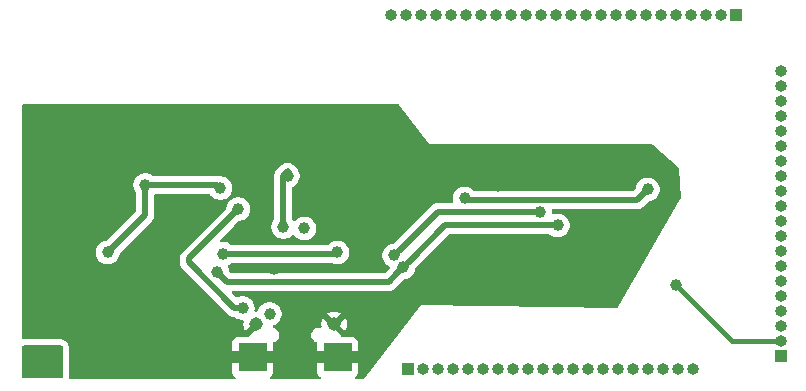
<source format=gbr>
G04 #@! TF.GenerationSoftware,KiCad,Pcbnew,9.0.1*
G04 #@! TF.CreationDate,2025-08-14T12:18:44-07:00*
G04 #@! TF.ProjectId,EL_PSU,454c5f50-5355-42e6-9b69-6361645f7063,rev?*
G04 #@! TF.SameCoordinates,Original*
G04 #@! TF.FileFunction,Copper,L2,Bot*
G04 #@! TF.FilePolarity,Positive*
%FSLAX46Y46*%
G04 Gerber Fmt 4.6, Leading zero omitted, Abs format (unit mm)*
G04 Created by KiCad (PCBNEW 9.0.1) date 2025-08-14 12:18:44*
%MOMM*%
%LPD*%
G01*
G04 APERTURE LIST*
G04 #@! TA.AperFunction,ComponentPad*
%ADD10C,1.143000*%
G04 #@! TD*
G04 #@! TA.AperFunction,ComponentPad*
%ADD11R,2.413000X2.413000*%
G04 #@! TD*
G04 #@! TA.AperFunction,ComponentPad*
%ADD12R,1.000000X1.000000*%
G04 #@! TD*
G04 #@! TA.AperFunction,ComponentPad*
%ADD13O,1.000000X1.000000*%
G04 #@! TD*
G04 #@! TA.AperFunction,ViaPad*
%ADD14C,1.000000*%
G04 #@! TD*
G04 #@! TA.AperFunction,Conductor*
%ADD15C,1.000000*%
G04 #@! TD*
G04 #@! TA.AperFunction,Conductor*
%ADD16C,0.500000*%
G04 #@! TD*
G04 #@! TA.AperFunction,Conductor*
%ADD17C,0.400000*%
G04 #@! TD*
G04 APERTURE END LIST*
D10*
X140845000Y-101335000D03*
X147445000Y-101335000D03*
D11*
X140545000Y-104135000D03*
X147745000Y-104135000D03*
D12*
X185293000Y-104013000D03*
D13*
X185293000Y-102743000D03*
X185293000Y-101473000D03*
X185293000Y-100203000D03*
X185293000Y-98933000D03*
X185293000Y-97663000D03*
X185293000Y-96393000D03*
X185293000Y-95123000D03*
X185293000Y-93853000D03*
X185293000Y-92583000D03*
X185293000Y-91313000D03*
X185293000Y-90043000D03*
X185293000Y-88773000D03*
X185293000Y-87503000D03*
X185293000Y-86233000D03*
X185293000Y-84963000D03*
X185293000Y-83693000D03*
X185293000Y-82423000D03*
X185293000Y-81153000D03*
X185293000Y-79883000D03*
D12*
X153670000Y-105156000D03*
D13*
X154940000Y-105156000D03*
X156210000Y-105156000D03*
X157480000Y-105156000D03*
X158750000Y-105156000D03*
X160020000Y-105156000D03*
X161290000Y-105156000D03*
X162560000Y-105156000D03*
X163830000Y-105156000D03*
X165100000Y-105156000D03*
X166370000Y-105156000D03*
X167640000Y-105156000D03*
X168910000Y-105156000D03*
X170180000Y-105156000D03*
X171450000Y-105156000D03*
X172720000Y-105156000D03*
X173990000Y-105156000D03*
X175260000Y-105156000D03*
X176530000Y-105156000D03*
X177800000Y-105156000D03*
D12*
X181500000Y-75184000D03*
D13*
X180230000Y-75184000D03*
X178960000Y-75184000D03*
X177690000Y-75184000D03*
X176420000Y-75184000D03*
X175150000Y-75184000D03*
X173880000Y-75184000D03*
X172610000Y-75184000D03*
X171340000Y-75184000D03*
X170070000Y-75184000D03*
X168800000Y-75184000D03*
X167530000Y-75184000D03*
X166260000Y-75184000D03*
X164990000Y-75184000D03*
X163720000Y-75184000D03*
X162450000Y-75184000D03*
X161180000Y-75184000D03*
X159910000Y-75184000D03*
X158640000Y-75184000D03*
X157370000Y-75184000D03*
X156100000Y-75184000D03*
X154830000Y-75184000D03*
X153560000Y-75184000D03*
X152290000Y-75184000D03*
D14*
X161290000Y-89662000D03*
X124841000Y-94107000D03*
X151130004Y-96520000D03*
X124587000Y-101092000D03*
X146431000Y-89535000D03*
X123825000Y-95758000D03*
X127762000Y-92740000D03*
X133980887Y-97404887D03*
X160655000Y-94615000D03*
X140081000Y-87121996D03*
X130809994Y-88011000D03*
X136398000Y-91567000D03*
X152908000Y-92837000D03*
X142381000Y-96676991D03*
X138049000Y-95372989D03*
X147701000Y-95250000D03*
X141986000Y-100456994D03*
X153289000Y-96520000D03*
X137541006Y-96901000D03*
X166370000Y-92964000D03*
X152527000Y-95504000D03*
X164846000Y-91821000D03*
X144907000Y-93218000D03*
X143510000Y-88773000D03*
X143129000Y-93091000D03*
X139700000Y-99948999D03*
X139319000Y-91567000D03*
X173990000Y-89916000D03*
X158496000Y-90678000D03*
X128270000Y-95250000D03*
X137795000Y-89789000D03*
X123571000Y-104267000D03*
X131444998Y-89535000D03*
X176403000Y-98044000D03*
D15*
X142751500Y-104135000D02*
X142756500Y-104140000D01*
X147745000Y-104135000D02*
X145538500Y-104135000D01*
X149951500Y-104135000D02*
X150200500Y-103886000D01*
X138338500Y-104135000D02*
X138333500Y-104140000D01*
X140545000Y-104135000D02*
X142751500Y-104135000D01*
X147745000Y-104135000D02*
X149951500Y-104135000D01*
X140545000Y-104135000D02*
X138338500Y-104135000D01*
X145538500Y-104135000D02*
X145416500Y-104013000D01*
D16*
X138049000Y-95372989D02*
X147578011Y-95372989D01*
X147578011Y-95372989D02*
X147701000Y-95250000D01*
X137541006Y-96901000D02*
X138364007Y-97724001D01*
X138364007Y-97724001D02*
X152084999Y-97724001D01*
X152789001Y-97019999D02*
X153289000Y-96520000D01*
X152084999Y-97724001D02*
X152789001Y-97019999D01*
X166370000Y-92964000D02*
X156845000Y-92964000D01*
X153788999Y-96020001D02*
X153289000Y-96520000D01*
X156845000Y-92964000D02*
X153788999Y-96020001D01*
X156210000Y-91821000D02*
X153026999Y-95004001D01*
X153026999Y-95004001D02*
X152527000Y-95504000D01*
X164846000Y-91821000D02*
X156210000Y-91821000D01*
X143129000Y-88773000D02*
X143510000Y-88392000D01*
X143129000Y-93091000D02*
X143129000Y-88773000D01*
X135128000Y-96084105D02*
X135128000Y-95758000D01*
X135128000Y-95758000D02*
X138819001Y-92066999D01*
X138819001Y-92066999D02*
X139319000Y-91567000D01*
X139700000Y-99948999D02*
X138992894Y-99948999D01*
X139319000Y-91440000D02*
X139319000Y-91567000D01*
X138992894Y-99948999D02*
X135128000Y-96084105D01*
X173101000Y-90805000D02*
X173990000Y-89916000D01*
X158623000Y-90805000D02*
X173101000Y-90805000D01*
X158496000Y-90678000D02*
X158623000Y-90805000D01*
X131444998Y-90242106D02*
X131444998Y-89535000D01*
X131444998Y-92075002D02*
X131444998Y-90242106D01*
X131444998Y-89535000D02*
X137541000Y-89535000D01*
D17*
X123444000Y-104902000D02*
X123444000Y-104394000D01*
X123444000Y-104394000D02*
X123571000Y-104267000D01*
D16*
X128270000Y-95250000D02*
X131444998Y-92075002D01*
D17*
X122682000Y-104902000D02*
X123444000Y-104902000D01*
D16*
X137541000Y-89535000D02*
X137795000Y-89789000D01*
D17*
X185293000Y-102743000D02*
X181102000Y-102743000D01*
X181102000Y-102743000D02*
X176902999Y-98543999D01*
X176902999Y-98543999D02*
X176403000Y-98044000D01*
G04 #@! TA.AperFunction,Conductor*
G36*
X152912652Y-82697002D02*
G01*
X152945777Y-82727999D01*
X155448000Y-86106000D01*
X174323094Y-86106000D01*
X174391215Y-86126002D01*
X174406804Y-86137826D01*
X176617505Y-88102894D01*
X176655130Y-88163101D01*
X176659638Y-88190776D01*
X176782149Y-90640991D01*
X176765573Y-90710025D01*
X176765520Y-90710118D01*
X171486984Y-99884717D01*
X171435675Y-99933788D01*
X171375847Y-99947867D01*
X154812999Y-99694999D01*
X149955889Y-105939857D01*
X149898279Y-105981348D01*
X149856431Y-105988500D01*
X149313466Y-105988500D01*
X149245345Y-105968498D01*
X149198852Y-105914842D01*
X149188748Y-105844568D01*
X149218242Y-105779988D01*
X149237957Y-105761632D01*
X149314404Y-105704404D01*
X149401944Y-105587465D01*
X149401944Y-105587464D01*
X149452994Y-105450593D01*
X149459499Y-105390097D01*
X149459500Y-105390085D01*
X149459500Y-104389000D01*
X148821500Y-104389000D01*
X148753379Y-104368998D01*
X148706886Y-104315342D01*
X148695500Y-104263000D01*
X148695500Y-104007000D01*
X148715502Y-103938879D01*
X148769158Y-103892386D01*
X148821500Y-103881000D01*
X149459500Y-103881000D01*
X149459500Y-102879914D01*
X149459499Y-102879902D01*
X149452994Y-102819406D01*
X149401944Y-102682535D01*
X149401944Y-102682534D01*
X149314404Y-102565595D01*
X149197465Y-102478055D01*
X149060593Y-102427005D01*
X149000097Y-102420500D01*
X148131566Y-102420500D01*
X148063445Y-102400498D01*
X148016952Y-102346842D01*
X148006848Y-102276568D01*
X148007117Y-102274790D01*
X148009641Y-102258851D01*
X147485789Y-101735000D01*
X147497661Y-101735000D01*
X147599394Y-101707741D01*
X147690606Y-101655080D01*
X147765080Y-101580606D01*
X147817741Y-101489394D01*
X147845000Y-101387661D01*
X147845000Y-101375791D01*
X148368850Y-101899641D01*
X148368850Y-101899640D01*
X148445413Y-101749380D01*
X148497917Y-101587789D01*
X148524500Y-101419954D01*
X148524500Y-101250045D01*
X148497917Y-101082210D01*
X148445413Y-100920619D01*
X148368850Y-100770358D01*
X147845000Y-101294208D01*
X147845000Y-101282339D01*
X147817741Y-101180606D01*
X147765080Y-101089394D01*
X147690606Y-101014920D01*
X147599394Y-100962259D01*
X147497661Y-100935000D01*
X147485790Y-100935000D01*
X148009640Y-100411148D01*
X148009641Y-100411148D01*
X147859385Y-100334589D01*
X147859379Y-100334586D01*
X147697789Y-100282082D01*
X147529955Y-100255500D01*
X147360045Y-100255500D01*
X147192210Y-100282082D01*
X147030620Y-100334586D01*
X147030608Y-100334591D01*
X146880357Y-100411147D01*
X146880357Y-100411148D01*
X147404209Y-100935000D01*
X147392339Y-100935000D01*
X147290606Y-100962259D01*
X147199394Y-101014920D01*
X147124920Y-101089394D01*
X147072259Y-101180606D01*
X147045000Y-101282339D01*
X147045000Y-101294210D01*
X146521147Y-100770357D01*
X146444591Y-100920608D01*
X146444586Y-100920620D01*
X146392082Y-101082210D01*
X146365500Y-101250045D01*
X146365500Y-101419955D01*
X146379119Y-101505945D01*
X146370019Y-101576356D01*
X146324297Y-101630670D01*
X146256469Y-101651642D01*
X146222060Y-101647362D01*
X146174057Y-101634500D01*
X146015943Y-101634500D01*
X145922470Y-101659545D01*
X145863211Y-101675424D01*
X145726287Y-101754477D01*
X145726277Y-101754485D01*
X145614485Y-101866277D01*
X145614477Y-101866287D01*
X145535424Y-102003211D01*
X145535423Y-102003216D01*
X145494500Y-102155943D01*
X145494500Y-102314057D01*
X145517662Y-102400498D01*
X145535424Y-102466788D01*
X145614477Y-102603712D01*
X145614485Y-102603722D01*
X145726277Y-102715514D01*
X145726282Y-102715518D01*
X145726284Y-102715520D01*
X145726285Y-102715521D01*
X145726287Y-102715522D01*
X145863212Y-102794575D01*
X145863216Y-102794577D01*
X145937112Y-102814377D01*
X145997733Y-102851327D01*
X146028755Y-102915188D01*
X146030500Y-102936083D01*
X146030500Y-103881000D01*
X146668500Y-103881000D01*
X146736621Y-103901002D01*
X146783114Y-103954658D01*
X146794500Y-104007000D01*
X146794500Y-104263000D01*
X146774498Y-104331121D01*
X146720842Y-104377614D01*
X146668500Y-104389000D01*
X146030500Y-104389000D01*
X146030500Y-105390097D01*
X146037005Y-105450593D01*
X146088055Y-105587464D01*
X146088055Y-105587465D01*
X146175595Y-105704404D01*
X146252043Y-105761632D01*
X146294590Y-105818468D01*
X146299654Y-105889283D01*
X146265629Y-105951596D01*
X146203317Y-105985621D01*
X146176534Y-105988500D01*
X142113466Y-105988500D01*
X142045345Y-105968498D01*
X141998852Y-105914842D01*
X141988748Y-105844568D01*
X142018242Y-105779988D01*
X142037957Y-105761632D01*
X142114404Y-105704404D01*
X142201944Y-105587465D01*
X142201944Y-105587464D01*
X142252994Y-105450593D01*
X142259499Y-105390097D01*
X142259500Y-105390085D01*
X142259500Y-104389000D01*
X141621500Y-104389000D01*
X141553379Y-104368998D01*
X141506886Y-104315342D01*
X141495500Y-104263000D01*
X141495500Y-104007000D01*
X141515502Y-103938879D01*
X141569158Y-103892386D01*
X141621500Y-103881000D01*
X142259500Y-103881000D01*
X142259500Y-102936083D01*
X142279502Y-102867962D01*
X142333158Y-102821469D01*
X142352881Y-102814379D01*
X142426784Y-102794577D01*
X142563716Y-102715520D01*
X142675520Y-102603716D01*
X142754577Y-102466784D01*
X142795500Y-102314057D01*
X142795500Y-102155943D01*
X142754577Y-102003216D01*
X142754575Y-102003213D01*
X142754575Y-102003211D01*
X142675522Y-101866287D01*
X142675514Y-101866277D01*
X142563722Y-101754485D01*
X142563712Y-101754477D01*
X142426785Y-101675423D01*
X142331739Y-101649955D01*
X142271117Y-101613004D01*
X142240095Y-101549143D01*
X142248524Y-101478648D01*
X142293728Y-101423902D01*
X142316123Y-101411845D01*
X142463704Y-101350715D01*
X142628881Y-101240347D01*
X142769353Y-101099875D01*
X142879721Y-100934698D01*
X142955744Y-100751163D01*
X142994500Y-100556323D01*
X142994500Y-100357665D01*
X142955744Y-100162825D01*
X142879721Y-99979290D01*
X142769353Y-99814113D01*
X142628881Y-99673641D01*
X142463704Y-99563273D01*
X142280169Y-99487250D01*
X142199958Y-99471295D01*
X142085331Y-99448494D01*
X142085329Y-99448494D01*
X141886671Y-99448494D01*
X141886668Y-99448494D01*
X141691830Y-99487250D01*
X141691825Y-99487252D01*
X141508296Y-99563273D01*
X141343123Y-99673638D01*
X141343116Y-99673643D01*
X141202649Y-99814110D01*
X141202644Y-99814117D01*
X141092279Y-99979290D01*
X141016254Y-100162828D01*
X141015269Y-100166077D01*
X141014290Y-100167570D01*
X141013887Y-100168544D01*
X141013702Y-100168467D01*
X141000848Y-100188081D01*
X140989919Y-100212012D01*
X140981705Y-100217290D01*
X140976353Y-100225458D01*
X140952322Y-100236174D01*
X140930193Y-100250396D01*
X140915784Y-100252467D01*
X140911512Y-100254373D01*
X140894695Y-100255500D01*
X140820823Y-100255500D01*
X140752702Y-100235498D01*
X140706209Y-100181842D01*
X140696105Y-100111568D01*
X140697244Y-100104919D01*
X140708499Y-100048333D01*
X140708500Y-100048326D01*
X140708500Y-99849671D01*
X140708499Y-99849667D01*
X140701427Y-99814113D01*
X140669744Y-99654830D01*
X140593721Y-99471295D01*
X140483353Y-99306118D01*
X140342881Y-99165646D01*
X140177704Y-99055278D01*
X139994169Y-98979255D01*
X139799331Y-98940499D01*
X139799329Y-98940499D01*
X139600671Y-98940499D01*
X139600668Y-98940499D01*
X139405830Y-98979255D01*
X139405825Y-98979257D01*
X139264409Y-99037834D01*
X139193819Y-99045423D01*
X139130332Y-99013644D01*
X139127096Y-99010520D01*
X138814172Y-98697596D01*
X138780146Y-98635284D01*
X138785211Y-98564469D01*
X138827758Y-98507633D01*
X138894278Y-98482822D01*
X138903267Y-98482501D01*
X152159700Y-98482501D01*
X152159704Y-98482501D01*
X152159705Y-98482501D01*
X152232975Y-98467926D01*
X152306246Y-98453352D01*
X152444283Y-98396175D01*
X152568514Y-98313167D01*
X153272513Y-97609166D01*
X153272516Y-97609165D01*
X153317465Y-97564215D01*
X153354052Y-97544237D01*
X153379771Y-97530194D01*
X153379772Y-97530193D01*
X153379776Y-97530193D01*
X153382275Y-97529803D01*
X153382257Y-97529708D01*
X153416682Y-97522860D01*
X153583169Y-97489744D01*
X153766704Y-97413721D01*
X153931881Y-97303353D01*
X154072353Y-97162881D01*
X154182721Y-96997704D01*
X154258744Y-96814169D01*
X154297500Y-96619329D01*
X154298708Y-96613257D01*
X154301590Y-96613830D01*
X154323265Y-96559676D01*
X154333212Y-96548468D01*
X154378164Y-96503517D01*
X154378165Y-96503516D01*
X157122276Y-93759405D01*
X157184588Y-93725379D01*
X157211371Y-93722500D01*
X165651752Y-93722500D01*
X165719873Y-93742502D01*
X165721919Y-93743992D01*
X165721972Y-93743914D01*
X165727119Y-93747353D01*
X165892296Y-93857721D01*
X166075831Y-93933744D01*
X166270671Y-93972500D01*
X166270672Y-93972500D01*
X166469328Y-93972500D01*
X166469329Y-93972500D01*
X166664169Y-93933744D01*
X166847704Y-93857721D01*
X167012881Y-93747353D01*
X167153353Y-93606881D01*
X167263721Y-93441704D01*
X167339744Y-93258169D01*
X167378500Y-93063329D01*
X167378500Y-92864671D01*
X167339744Y-92669831D01*
X167263721Y-92486296D01*
X167153353Y-92321119D01*
X167012881Y-92180647D01*
X166847704Y-92070279D01*
X166664169Y-91994256D01*
X166469331Y-91955500D01*
X166469329Y-91955500D01*
X166270671Y-91955500D01*
X166270668Y-91955500D01*
X166075830Y-91994256D01*
X166075820Y-91994259D01*
X166028717Y-92013770D01*
X165996707Y-92017211D01*
X165964929Y-92022395D01*
X165961665Y-92020978D01*
X165958127Y-92021359D01*
X165929330Y-92006944D01*
X165899802Y-91994128D01*
X165897822Y-91991172D01*
X165894640Y-91989579D01*
X165878210Y-91961886D01*
X165860297Y-91935138D01*
X165859584Y-91930492D01*
X165858414Y-91928520D01*
X165854523Y-91899743D01*
X165854500Y-91898526D01*
X165854500Y-91721671D01*
X165850805Y-91703094D01*
X165850593Y-91691882D01*
X165857113Y-91668014D01*
X165859320Y-91643365D01*
X165866303Y-91634376D01*
X165869303Y-91623395D01*
X165887696Y-91606838D01*
X165902876Y-91587298D01*
X165913609Y-91583511D01*
X165922070Y-91575896D01*
X165946491Y-91571912D01*
X165969829Y-91563680D01*
X165976570Y-91563500D01*
X173175701Y-91563500D01*
X173175705Y-91563500D01*
X173175706Y-91563500D01*
X173248976Y-91548925D01*
X173322247Y-91534351D01*
X173460284Y-91477174D01*
X173584515Y-91394166D01*
X174018464Y-90960216D01*
X174080773Y-90926194D01*
X174083276Y-90925803D01*
X174083257Y-90925708D01*
X174117682Y-90918860D01*
X174284169Y-90885744D01*
X174467704Y-90809721D01*
X174632881Y-90699353D01*
X174773353Y-90558881D01*
X174883721Y-90393704D01*
X174959744Y-90210169D01*
X174998500Y-90015329D01*
X174998500Y-89816671D01*
X174959744Y-89621831D01*
X174883721Y-89438296D01*
X174773353Y-89273119D01*
X174632881Y-89132647D01*
X174467704Y-89022279D01*
X174284169Y-88946256D01*
X174089331Y-88907500D01*
X174089329Y-88907500D01*
X173890671Y-88907500D01*
X173890668Y-88907500D01*
X173695830Y-88946256D01*
X173695825Y-88946258D01*
X173512296Y-89022279D01*
X173347123Y-89132644D01*
X173347116Y-89132649D01*
X173206649Y-89273116D01*
X173206644Y-89273123D01*
X173096279Y-89438296D01*
X173020258Y-89621825D01*
X173020256Y-89621830D01*
X172980292Y-89822743D01*
X172977496Y-89822187D01*
X172972624Y-89834226D01*
X172967273Y-89858828D01*
X172957249Y-89872217D01*
X172955434Y-89876704D01*
X172945781Y-89887538D01*
X172823722Y-90009596D01*
X172761413Y-90043620D01*
X172734629Y-90046500D01*
X159342925Y-90046500D01*
X159274804Y-90026498D01*
X159253830Y-90009596D01*
X159253829Y-90009595D01*
X159138881Y-89894647D01*
X158973704Y-89784279D01*
X158790169Y-89708256D01*
X158790023Y-89708227D01*
X158595331Y-89669500D01*
X158595329Y-89669500D01*
X158396671Y-89669500D01*
X158396668Y-89669500D01*
X158201830Y-89708256D01*
X158201825Y-89708258D01*
X158018296Y-89784279D01*
X157853123Y-89894644D01*
X157853116Y-89894649D01*
X157712649Y-90035116D01*
X157712644Y-90035123D01*
X157602279Y-90200296D01*
X157526258Y-90383825D01*
X157526256Y-90383830D01*
X157487500Y-90578668D01*
X157487500Y-90777331D01*
X157488757Y-90783649D01*
X157514271Y-90911920D01*
X157507944Y-90982632D01*
X157464390Y-91038699D01*
X157397438Y-91062319D01*
X157390693Y-91062500D01*
X156135288Y-91062500D01*
X156062024Y-91077073D01*
X156062024Y-91077074D01*
X155988753Y-91091649D01*
X155988751Y-91091649D01*
X155988750Y-91091650D01*
X155988749Y-91091650D01*
X155931576Y-91115331D01*
X155931576Y-91115332D01*
X155850716Y-91148826D01*
X155806876Y-91178119D01*
X155726485Y-91231834D01*
X155726479Y-91231839D01*
X152543483Y-94414836D01*
X152543482Y-94414837D01*
X152498537Y-94459781D01*
X152436225Y-94493806D01*
X152433724Y-94494200D01*
X152433743Y-94494292D01*
X152232830Y-94534256D01*
X152232825Y-94534258D01*
X152049296Y-94610279D01*
X151884123Y-94720644D01*
X151884116Y-94720649D01*
X151743649Y-94861116D01*
X151743644Y-94861123D01*
X151633279Y-95026296D01*
X151557258Y-95209825D01*
X151557256Y-95209830D01*
X151518500Y-95404668D01*
X151518500Y-95404671D01*
X151518500Y-95603329D01*
X151557256Y-95798169D01*
X151633279Y-95981704D01*
X151743647Y-96146881D01*
X151884119Y-96287353D01*
X152049296Y-96397721D01*
X152079647Y-96410292D01*
X152134926Y-96454841D01*
X152157347Y-96522204D01*
X152139789Y-96590995D01*
X152120523Y-96615796D01*
X151807721Y-96928597D01*
X151745411Y-96962621D01*
X151718628Y-96965501D01*
X138730378Y-96965501D01*
X138700462Y-96956717D01*
X138669993Y-96950089D01*
X138664897Y-96946274D01*
X138662257Y-96945499D01*
X138641283Y-96928596D01*
X138585225Y-96872538D01*
X138551199Y-96810226D01*
X138550808Y-96807724D01*
X138550714Y-96807743D01*
X138542514Y-96766523D01*
X138510750Y-96606831D01*
X138441053Y-96438568D01*
X138433464Y-96367978D01*
X138465243Y-96304491D01*
X138490047Y-96283902D01*
X138499212Y-96278097D01*
X138526704Y-96266710D01*
X138691881Y-96156342D01*
X138692603Y-96155619D01*
X138699833Y-96151041D01*
X138726806Y-96143315D01*
X138752630Y-96132340D01*
X138767248Y-96131489D01*
X147168850Y-96131489D01*
X147216698Y-96143471D01*
X147217577Y-96141352D01*
X147223295Y-96143720D01*
X147223296Y-96143721D01*
X147406831Y-96219744D01*
X147601671Y-96258500D01*
X147601672Y-96258500D01*
X147800328Y-96258500D01*
X147800329Y-96258500D01*
X147995169Y-96219744D01*
X148178704Y-96143721D01*
X148343881Y-96033353D01*
X148484353Y-95892881D01*
X148594721Y-95727704D01*
X148670744Y-95544169D01*
X148709500Y-95349329D01*
X148709500Y-95150671D01*
X148670744Y-94955831D01*
X148594721Y-94772296D01*
X148484353Y-94607119D01*
X148343881Y-94466647D01*
X148178704Y-94356279D01*
X147995169Y-94280256D01*
X147800331Y-94241500D01*
X147800329Y-94241500D01*
X147601671Y-94241500D01*
X147601668Y-94241500D01*
X147406830Y-94280256D01*
X147406825Y-94280258D01*
X147223296Y-94356279D01*
X147058123Y-94466644D01*
X147058116Y-94466649D01*
X146947182Y-94577584D01*
X146884870Y-94611610D01*
X146858087Y-94614489D01*
X138767248Y-94614489D01*
X138699127Y-94594487D01*
X138697080Y-94592996D01*
X138697028Y-94593075D01*
X138608999Y-94534256D01*
X138526704Y-94479268D01*
X138343169Y-94403245D01*
X138148331Y-94364489D01*
X138148329Y-94364489D01*
X137949671Y-94364489D01*
X137949663Y-94364489D01*
X137913307Y-94371721D01*
X137842593Y-94365392D01*
X137786526Y-94321837D01*
X137762908Y-94254884D01*
X137779236Y-94185791D01*
X137799627Y-94159053D01*
X138967012Y-92991668D01*
X142120500Y-92991668D01*
X142120500Y-92991671D01*
X142120500Y-93190329D01*
X142159256Y-93385169D01*
X142235279Y-93568704D01*
X142345647Y-93733881D01*
X142486119Y-93874353D01*
X142651296Y-93984721D01*
X142834831Y-94060744D01*
X143029671Y-94099500D01*
X143029672Y-94099500D01*
X143228328Y-94099500D01*
X143228329Y-94099500D01*
X143423169Y-94060744D01*
X143606704Y-93984721D01*
X143771881Y-93874353D01*
X143879585Y-93766648D01*
X143941893Y-93732626D01*
X144012709Y-93737690D01*
X144069545Y-93780237D01*
X144073441Y-93785742D01*
X144123647Y-93860881D01*
X144264119Y-94001353D01*
X144429296Y-94111721D01*
X144612831Y-94187744D01*
X144807671Y-94226500D01*
X144807672Y-94226500D01*
X145006328Y-94226500D01*
X145006329Y-94226500D01*
X145201169Y-94187744D01*
X145384704Y-94111721D01*
X145549881Y-94001353D01*
X145690353Y-93860881D01*
X145800721Y-93695704D01*
X145876744Y-93512169D01*
X145915500Y-93317329D01*
X145915500Y-93118671D01*
X145876744Y-92923831D01*
X145800721Y-92740296D01*
X145690353Y-92575119D01*
X145549881Y-92434647D01*
X145384704Y-92324279D01*
X145201169Y-92248256D01*
X145006331Y-92209500D01*
X145006329Y-92209500D01*
X144807671Y-92209500D01*
X144807668Y-92209500D01*
X144612830Y-92248256D01*
X144612825Y-92248258D01*
X144429296Y-92324279D01*
X144264123Y-92434644D01*
X144264121Y-92434645D01*
X144156417Y-92542348D01*
X144137644Y-92552598D01*
X144121734Y-92566898D01*
X144107108Y-92569272D01*
X144094104Y-92576373D01*
X144072768Y-92574846D01*
X144051655Y-92578274D01*
X144038067Y-92572364D01*
X144023288Y-92571307D01*
X144006164Y-92558488D01*
X143986550Y-92549957D01*
X143969664Y-92531163D01*
X143966453Y-92528760D01*
X143962577Y-92523283D01*
X143962559Y-92523256D01*
X143962557Y-92523254D01*
X143961551Y-92521748D01*
X143960640Y-92520385D01*
X143912353Y-92448119D01*
X143912263Y-92448029D01*
X143908755Y-92442782D01*
X143899874Y-92414448D01*
X143888318Y-92387088D01*
X143887654Y-92375462D01*
X143887521Y-92375036D01*
X143887611Y-92374705D01*
X143887500Y-92372751D01*
X143887500Y-89792417D01*
X143907502Y-89724296D01*
X143961158Y-89677803D01*
X143965283Y-89676008D01*
X143987704Y-89666721D01*
X144152881Y-89556353D01*
X144293353Y-89415881D01*
X144403721Y-89250704D01*
X144479744Y-89067169D01*
X144518500Y-88872329D01*
X144518500Y-88673671D01*
X144479744Y-88478831D01*
X144403721Y-88295296D01*
X144293353Y-88130119D01*
X144163208Y-87999974D01*
X144147538Y-87980881D01*
X144099165Y-87908485D01*
X143993515Y-87802835D01*
X143869284Y-87719827D01*
X143731246Y-87662649D01*
X143682399Y-87652932D01*
X143584707Y-87633500D01*
X143584705Y-87633500D01*
X143435295Y-87633500D01*
X143435292Y-87633500D01*
X143288753Y-87662649D01*
X143150715Y-87719827D01*
X143026485Y-87802834D01*
X143026479Y-87802839D01*
X142539838Y-88289480D01*
X142539834Y-88289485D01*
X142456826Y-88413716D01*
X142429858Y-88478825D01*
X142410111Y-88526498D01*
X142410110Y-88526500D01*
X142399650Y-88551750D01*
X142399649Y-88551754D01*
X142370500Y-88698290D01*
X142370500Y-92372751D01*
X142350498Y-92440872D01*
X142349009Y-92442920D01*
X142349086Y-92442972D01*
X142235279Y-92613296D01*
X142159258Y-92796825D01*
X142159256Y-92796830D01*
X142120500Y-92991668D01*
X138967012Y-92991668D01*
X139347463Y-92611217D01*
X139409773Y-92577193D01*
X139412275Y-92576802D01*
X139412257Y-92576708D01*
X139461574Y-92566898D01*
X139613169Y-92536744D01*
X139796704Y-92460721D01*
X139961881Y-92350353D01*
X140102353Y-92209881D01*
X140212721Y-92044704D01*
X140288744Y-91861169D01*
X140327500Y-91666329D01*
X140327500Y-91467671D01*
X140288744Y-91272831D01*
X140212721Y-91089296D01*
X140102353Y-90924119D01*
X139961881Y-90783647D01*
X139796704Y-90673279D01*
X139613169Y-90597256D01*
X139418331Y-90558500D01*
X139418329Y-90558500D01*
X139219671Y-90558500D01*
X139219668Y-90558500D01*
X139024830Y-90597256D01*
X139024825Y-90597258D01*
X138841296Y-90673279D01*
X138676123Y-90783644D01*
X138676116Y-90783649D01*
X138535649Y-90924116D01*
X138535644Y-90924123D01*
X138425279Y-91089296D01*
X138349258Y-91272825D01*
X138349256Y-91272830D01*
X138309292Y-91473743D01*
X138306496Y-91473187D01*
X138284434Y-91527704D01*
X138274780Y-91538538D01*
X134538838Y-95274480D01*
X134538833Y-95274486D01*
X134488824Y-95349331D01*
X134455826Y-95398716D01*
X134425340Y-95472318D01*
X134409111Y-95511498D01*
X134409110Y-95511500D01*
X134398650Y-95536750D01*
X134398649Y-95536754D01*
X134369500Y-95683290D01*
X134369500Y-96158814D01*
X134381620Y-96219741D01*
X134382831Y-96225831D01*
X134398649Y-96305352D01*
X134455826Y-96443389D01*
X134538834Y-96567620D01*
X138403729Y-100432515D01*
X138509378Y-100538164D01*
X138633610Y-100621173D01*
X138771648Y-100678350D01*
X138918188Y-100707499D01*
X138918189Y-100707499D01*
X138981752Y-100707499D01*
X139049873Y-100727501D01*
X139051919Y-100728991D01*
X139051972Y-100728913D01*
X139057119Y-100732352D01*
X139222296Y-100842720D01*
X139405831Y-100918743D01*
X139600671Y-100957499D01*
X139600672Y-100957499D01*
X139664308Y-100957499D01*
X139732429Y-100977501D01*
X139778922Y-101031157D01*
X139789026Y-101101431D01*
X139788757Y-101103210D01*
X139765500Y-101250045D01*
X139765500Y-101419954D01*
X139792082Y-101587789D01*
X139844586Y-101749379D01*
X139844589Y-101749385D01*
X139921148Y-101899641D01*
X140445000Y-101375789D01*
X140445000Y-101387661D01*
X140472259Y-101489394D01*
X140524920Y-101580606D01*
X140599394Y-101655080D01*
X140690606Y-101707741D01*
X140792339Y-101735000D01*
X140804208Y-101735000D01*
X140280357Y-102258850D01*
X140282882Y-102274790D01*
X140273782Y-102345201D01*
X140228060Y-102399515D01*
X140160231Y-102420487D01*
X140158433Y-102420500D01*
X139289902Y-102420500D01*
X139229406Y-102427005D01*
X139092535Y-102478055D01*
X139092534Y-102478055D01*
X138975595Y-102565595D01*
X138888055Y-102682534D01*
X138888055Y-102682535D01*
X138837005Y-102819406D01*
X138830500Y-102879902D01*
X138830500Y-103881000D01*
X139468500Y-103881000D01*
X139536621Y-103901002D01*
X139583114Y-103954658D01*
X139594500Y-104007000D01*
X139594500Y-104263000D01*
X139574498Y-104331121D01*
X139520842Y-104377614D01*
X139468500Y-104389000D01*
X138830500Y-104389000D01*
X138830500Y-105390097D01*
X138837005Y-105450593D01*
X138888055Y-105587464D01*
X138888055Y-105587465D01*
X138975595Y-105704404D01*
X139052043Y-105761632D01*
X139094590Y-105818468D01*
X139099654Y-105889283D01*
X139065629Y-105951596D01*
X139003317Y-105985621D01*
X138976534Y-105988500D01*
X125090659Y-105988500D01*
X125022538Y-105968498D01*
X124976045Y-105914842D01*
X124965941Y-105844571D01*
X124973500Y-105792000D01*
X124973500Y-103250000D01*
X124961766Y-103140851D01*
X124950380Y-103088509D01*
X124926641Y-103017184D01*
X124915711Y-102984345D01*
X124915710Y-102984343D01*
X124836692Y-102861388D01*
X124792420Y-102810296D01*
X124790600Y-102808077D01*
X124679741Y-102712019D01*
X124679738Y-102712017D01*
X124546789Y-102651301D01*
X124478677Y-102631302D01*
X124478670Y-102631300D01*
X124449735Y-102627140D01*
X124334000Y-102610500D01*
X121157000Y-102610500D01*
X121156995Y-102610500D01*
X121156985Y-102610501D01*
X121121191Y-102614349D01*
X121051323Y-102601743D01*
X120999361Y-102553364D01*
X120981724Y-102488812D01*
X120981746Y-102478055D01*
X120996811Y-95150668D01*
X127261500Y-95150668D01*
X127261500Y-95349331D01*
X127272508Y-95404671D01*
X127300256Y-95544169D01*
X127376279Y-95727704D01*
X127486647Y-95892881D01*
X127627119Y-96033353D01*
X127792296Y-96143721D01*
X127975831Y-96219744D01*
X128170671Y-96258500D01*
X128170672Y-96258500D01*
X128369328Y-96258500D01*
X128369329Y-96258500D01*
X128564169Y-96219744D01*
X128747704Y-96143721D01*
X128912881Y-96033353D01*
X129053353Y-95892881D01*
X129163721Y-95727704D01*
X129239744Y-95544169D01*
X129278500Y-95349329D01*
X129279708Y-95343257D01*
X129282590Y-95343830D01*
X129304265Y-95289676D01*
X129314211Y-95278469D01*
X132034163Y-92558518D01*
X132039620Y-92550351D01*
X132117172Y-92434286D01*
X132159333Y-92332500D01*
X132174349Y-92296249D01*
X132197416Y-92180284D01*
X132203498Y-92149708D01*
X132203498Y-90419500D01*
X132223500Y-90351379D01*
X132277156Y-90304886D01*
X132329498Y-90293500D01*
X136851836Y-90293500D01*
X136919957Y-90313502D01*
X136956599Y-90349496D01*
X137011647Y-90431881D01*
X137152119Y-90572353D01*
X137317296Y-90682721D01*
X137500831Y-90758744D01*
X137695671Y-90797500D01*
X137695672Y-90797500D01*
X137894328Y-90797500D01*
X137894329Y-90797500D01*
X138089169Y-90758744D01*
X138272704Y-90682721D01*
X138437881Y-90572353D01*
X138578353Y-90431881D01*
X138688721Y-90266704D01*
X138764744Y-90083169D01*
X138803500Y-89888329D01*
X138803500Y-89689671D01*
X138764744Y-89494831D01*
X138688721Y-89311296D01*
X138578353Y-89146119D01*
X138437881Y-89005647D01*
X138272704Y-88895279D01*
X138089169Y-88819256D01*
X137894331Y-88780500D01*
X137894329Y-88780500D01*
X137695671Y-88780500D01*
X137695670Y-88780500D01*
X137695660Y-88780501D01*
X137690316Y-88781564D01*
X137641162Y-88781563D01*
X137615711Y-88776500D01*
X137615706Y-88776500D01*
X132163246Y-88776500D01*
X132095125Y-88756498D01*
X132093078Y-88755007D01*
X132093026Y-88755086D01*
X132066462Y-88737337D01*
X131922702Y-88641279D01*
X131739167Y-88565256D01*
X131671268Y-88551750D01*
X131544329Y-88526500D01*
X131544327Y-88526500D01*
X131345669Y-88526500D01*
X131345666Y-88526500D01*
X131150828Y-88565256D01*
X131150823Y-88565258D01*
X130967294Y-88641279D01*
X130802121Y-88751644D01*
X130802114Y-88751649D01*
X130661647Y-88892116D01*
X130661642Y-88892123D01*
X130551277Y-89057296D01*
X130475256Y-89240825D01*
X130475254Y-89240830D01*
X130436498Y-89435668D01*
X130436498Y-89634331D01*
X130466325Y-89784279D01*
X130475254Y-89829169D01*
X130551277Y-90012704D01*
X130598364Y-90083174D01*
X130665084Y-90183028D01*
X130662694Y-90184624D01*
X130685647Y-90238630D01*
X130686498Y-90253248D01*
X130686498Y-91708631D01*
X130666496Y-91776752D01*
X130649593Y-91797726D01*
X128241538Y-94205780D01*
X128179226Y-94239806D01*
X128176724Y-94240200D01*
X128176743Y-94240292D01*
X127975830Y-94280256D01*
X127975825Y-94280258D01*
X127792296Y-94356279D01*
X127627123Y-94466644D01*
X127627116Y-94466649D01*
X127486649Y-94607116D01*
X127486644Y-94607123D01*
X127376279Y-94772296D01*
X127300258Y-94955825D01*
X127300256Y-94955830D01*
X127261500Y-95150668D01*
X120996811Y-95150668D01*
X121022198Y-82802740D01*
X121042340Y-82734661D01*
X121096091Y-82688279D01*
X121148198Y-82677000D01*
X152844531Y-82677000D01*
X152912652Y-82697002D01*
G37*
G04 #@! TD.AperFunction*
G04 #@! TA.AperFunction,Conductor*
G36*
X124402121Y-103144002D02*
G01*
X124448614Y-103197658D01*
X124460000Y-103250000D01*
X124460000Y-105792000D01*
X124439998Y-105860121D01*
X124386342Y-105906614D01*
X124334000Y-105918000D01*
X121157000Y-105918000D01*
X121088879Y-105897998D01*
X121042386Y-105844342D01*
X121031000Y-105792000D01*
X121031000Y-103250000D01*
X121051002Y-103181879D01*
X121104658Y-103135386D01*
X121157000Y-103124000D01*
X124334000Y-103124000D01*
X124402121Y-103144002D01*
G37*
G04 #@! TD.AperFunction*
M02*

</source>
